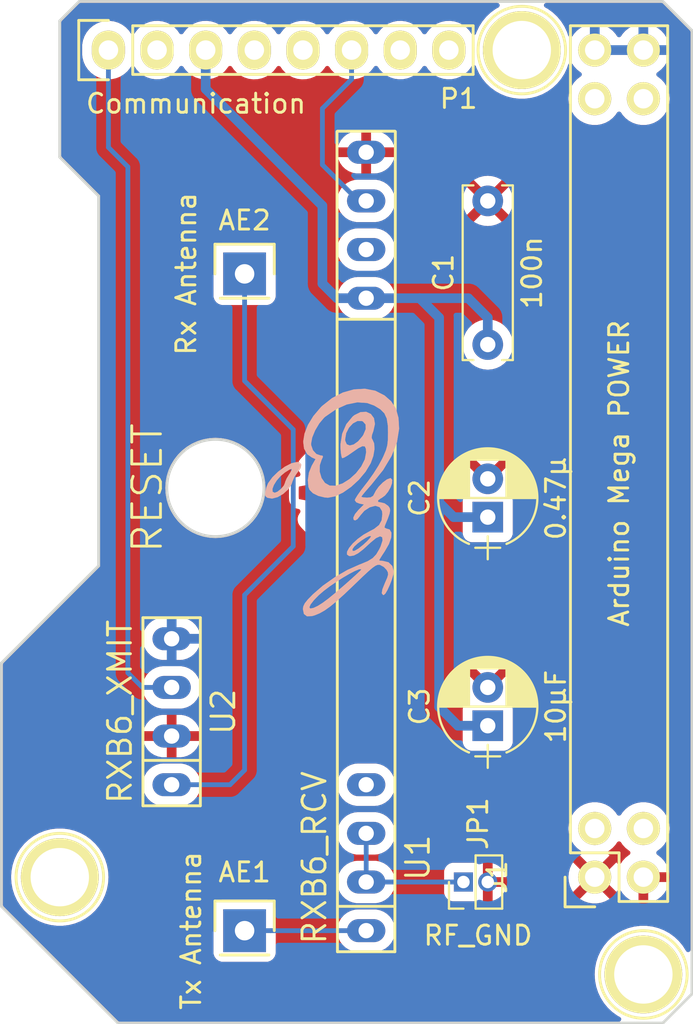
<source format=kicad_pcb>
(kicad_pcb (version 20221018) (generator pcbnew)
  (title_block (date "mar. 31 mars 2015"))
  (layers (0 "F.Cu" signal) (31 "B.Cu" signal) (34 "B.Paste" user) (35 "F.Paste" user) (36 "B.SilkS" user "B.Silkscreen") (37 "F.SilkS" user "F.Silkscreen") (38 "B.Mask" user) (39 "F.Mask" user) (44 "Edge.Cuts" user))
  (net 0 "")
  (net 1 "GND")
  (net 2 "+5V")
  (net 3 "/20(SDA)")
  (net 4 "/21(SCL)")
  (net 5 "/14(Tx3)")
  (net 6 "/15(Rx3)")
  (net 7 "/16(Tx2)")
  (net 8 "/17(Rx2)")
  (net 9 "/18(Tx1)")
  (net 10 "/19(Rx1)")
  (net 11 "Net-(AE1-Pad1)")
  (net 12 "Net-(AE2-Pad1)")
  (net 13 "Net-(JP1-Pad1)")
  (footprint "Socket_Arduino_Mega:Arduino_1pin" (layer "F.Cu") (at 169.418 114.046)
    (fp_text reference "P9" hide)
    (fp_text value "CONN_01X01" hide)
    (pad "1" thru_hole circle locked (at 0 0) (size 4.064 4.064) (drill 3.048) (layers "*.Cu" "*.Mask" "F.SilkS"))
  )
  (footprint "Socket_Arduino_Mega:Arduino_1pin" (layer "F.Cu") (at 199.898 119.126)
    (fp_text reference "P10" hide)
    (fp_text value "CONN_01X01" hide)
    (pad "1" thru_hole circle locked (at 0 0) (size 4.064 4.064) (drill 3.048) (layers "*.Cu" "*.Mask" "F.SilkS"))
  )
  (footprint "Socket_Arduino_Mega:Arduino_1pin" (layer "F.Cu") (at 193.548 70.866)
    (fp_text reference "P13" hide)
    (fp_text value "CONN_01X01" hide)
    (pad "1" thru_hole circle locked (at 0 0) (size 4.064 4.064) (drill 3.048) (layers "*.Cu" "*.Mask" "F.SilkS"))
  )
  (footprint "Socket_Arduino_Mega:Power_Strip_Arduino_Mega_2x18" (layer "F.Cu") (at 197.358 114.046 90)
    (fp_text reference "J1" (at 0 -5.1 90) (layer "F.SilkS"))
    (fp_text value "Arduino Mega POWER" (at 21.082 1.27 90) (layer "F.SilkS"))
    (pad "1" thru_hole circle locked (at 0 0 90) (size 1.7272 1.7272) (drill 1.016) (layers "*.Cu" "*.Mask" "F.SilkS") (net 1 "GND"))
    (pad "2" thru_hole oval locked (at 0 2.54 90) (size 1.7272 1.7272) (drill 1.016) (layers "*.Cu" "*.Mask" "F.SilkS") (net 1 "GND"))
    (pad "3" thru_hole oval locked (at 2.54 0 90) (size 1.7272 1.7272) (drill 1.016) (layers "*.Cu" "*.Mask" "F.SilkS"))
    (pad "4" thru_hole oval locked (at 2.54 2.54 90) (size 1.7272 1.7272) (drill 1.016) (layers "*.Cu" "*.Mask" "F.SilkS"))
    (pad "33" thru_hole oval locked (at 40.64 0 90) (size 1.7272 1.7272) (drill 1.016) (layers "*.Cu" "*.Mask" "F.SilkS"))
    (pad "34" thru_hole oval locked (at 40.64 2.54 90) (size 1.7272 1.7272) (drill 1.016) (layers "*.Cu" "*.Mask" "F.SilkS"))
    (pad "35" thru_hole oval locked (at 43.18 0 90) (size 1.7272 1.7272) (drill 1.016) (layers "*.Cu" "*.Mask" "F.SilkS") (net 2 "+5V"))
    (pad "36" thru_hole oval locked (at 43.18 2.54 90) (size 1.7272 1.7272) (drill 1.016) (layers "*.Cu" "*.Mask" "F.SilkS") (net 2 "+5V"))
  )
  (footprint "Socket_Arduino_Mega:Socket_Strip_Arduino_1x08" (layer "F.Cu") (at 171.958 70.866)
    (fp_text reference "P1" (at 18.288 2.54) (layer "F.SilkS"))
    (fp_text value "Communication" (at 4.572 2.794) (layer "F.SilkS"))
    (pad "1" thru_hole oval locked (at 0 0) (size 1.7272 2.032) (drill 1.016) (layers "*.Cu" "*.Mask" "F.SilkS") (net 5 "/14(Tx3)"))
    (pad "2" thru_hole oval locked (at 2.54 0) (size 1.7272 2.032) (drill 1.016) (layers "*.Cu" "*.Mask" "F.SilkS") (net 6 "/15(Rx3)"))
    (pad "3" thru_hole oval locked (at 5.08 0) (size 1.7272 2.032) (drill 1.016) (layers "*.Cu" "*.Mask" "F.SilkS") (net 7 "/16(Tx2)"))
    (pad "4" thru_hole oval locked (at 7.62 0) (size 1.7272 2.032) (drill 1.016) (layers "*.Cu" "*.Mask" "F.SilkS") (net 8 "/17(Rx2)"))
    (pad "5" thru_hole oval locked (at 10.16 0) (size 1.7272 2.032) (drill 1.016) (layers "*.Cu" "*.Mask" "F.SilkS") (net 9 "/18(Tx1)"))
    (pad "6" thru_hole oval locked (at 12.7 0) (size 1.7272 2.032) (drill 1.016) (layers "*.Cu" "*.Mask" "F.SilkS") (net 10 "/19(Rx1)"))
    (pad "7" thru_hole oval locked (at 15.24 0) (size 1.7272 2.032) (drill 1.016) (layers "*.Cu" "*.Mask" "F.SilkS") (net 3 "/20(SDA)"))
    (pad "8" thru_hole oval locked (at 17.78 0) (size 1.7272 2.032) (drill 1.016) (layers "*.Cu" "*.Mask" "F.SilkS") (net 4 "/21(SCL)"))
  )
  (footprint "Pin_Headers:Pin_Header_Straight_1x01" (layer "F.Cu") (at 179.07 116.84)
    (fp_text reference "AE1" (at 0 -3.048) (layer "F.SilkS"))
    (fp_text value "Tx Antenna" (at -2.794 0 90) (layer "F.SilkS"))
    (pad "1" thru_hole rect (at 0 0) (size 2.2352 2.2352) (drill 1.016) (layers "*.Cu" "*.Mask") (net 11 "Net-(AE1-Pad1)"))
  )
  (footprint "Pin_Headers:Pin_Header_Straight_1x01" (layer "F.Cu") (at 179.07 82.55)
    (fp_text reference "AE2" (at 0 -2.794) (layer "F.SilkS"))
    (fp_text value "Rx Antenna" (at -3.048 0 90) (layer "F.SilkS"))
    (pad "1" thru_hole rect (at 0 0) (size 2.2352 2.2352) (drill 1.016) (layers "*.Cu" "*.Mask") (net 12 "Net-(AE2-Pad1)"))
  )
  (footprint "RF:RCV" (layer "F.Cu") (at 182.88 118.11 90)
    (fp_text reference "U1" (at 5.08 5.24 90) (layer "F.SilkS") (effects (font (size 1.2 1.2))))
    (fp_text value "RXB6_RCV" (at 5.08 -0.16 90) (layer "F.SilkS") (effects (font (size 1.2 1.2))))
    (pad "1" thru_hole oval (at 1.27 2.54 90) (size 1.2 2) (drill 0.8) (layers "*.Cu" "*.Mask") (net 11 "Net-(AE1-Pad1)"))
    (pad "2" thru_hole oval (at 3.81 2.54 90) (size 1.2 2) (drill 0.8) (layers "*.Cu" "*.Mask") (net 13 "Net-(JP1-Pad1)"))
    (pad "3" thru_hole oval (at 6.35 2.54 90) (size 1.2 2) (drill 0.8) (layers "*.Cu" "*.Mask") (net 13 "Net-(JP1-Pad1)"))
    (pad "4" thru_hole oval (at 8.89 2.54 90) (size 1.2 2) (drill 0.8) (layers "*.Cu" "*.Mask"))
    (pad "5" thru_hole oval (at 34.29 2.54 90) (size 1.2 2) (drill 0.8) (layers "*.Cu" "*.Mask") (net 7 "/16(Tx2)"))
    (pad "6" thru_hole oval (at 36.83 2.54 90) (size 1.2 2) (drill 0.8) (layers "*.Cu" "*.Mask"))
    (pad "7" thru_hole oval (at 39.37 2.54 90) (size 1.2 2) (drill 0.8) (layers "*.Cu" "*.Mask") (net 10 "/19(Rx1)"))
    (pad "8" thru_hole oval (at 41.91 2.54 90) (size 1.2 2) (drill 0.8) (layers "*.Cu" "*.Mask") (net 1 "GND"))
  )
  (footprint "RF:XMIT" (layer "F.Cu") (at 175.26 105.41 90)
    (fp_text reference "U2" (at 0 2.7 90) (layer "F.SilkS") (effects (font (size 1.2 1.2))))
    (fp_text value "RXB6_XMIT" (at 0 -2.7 90) (layer "F.SilkS") (effects (font (size 1.2 1.2))))
    (pad "1" thru_hole oval (at -3.81 0 90) (size 1.2 2) (drill 0.8) (layers "*.Cu" "*.Mask") (net 12 "Net-(AE2-Pad1)"))
    (pad "2" thru_hole oval (at -1.27 0 90) (size 1.2 2) (drill 0.8) (layers "*.Cu" "*.Mask") (net 1 "GND"))
    (pad "3" thru_hole oval (at 1.27 0 90) (size 1.2 2) (drill 0.8) (layers "*.Cu" "*.Mask") (net 5 "/14(Tx3)"))
    (pad "4" thru_hole oval (at 3.81 0 90) (size 1.2 2) (drill 0.8) (layers "*.Cu" "*.Mask") (net 2 "+5V"))
  )
  (footprint "Capacitors_THT:C_Rect_L9.0mm_W2.5mm_P7.50mm_MKT" (layer "F.Cu") (at 191.77 86.24 90)
    (fp_text reference "C1" (at 3.75 -2.31 90) (layer "F.SilkS"))
    (fp_text value "100n" (at 3.75 2.31 90) (layer "F.SilkS"))
    (pad "1" thru_hole circle (at 0 0 90) (size 1.6 1.6) (drill 0.8) (layers "*.Cu" "*.Mask") (net 7 "/16(Tx2)"))
    (pad "2" thru_hole circle (at 7.5 0 90) (size 1.6 1.6) (drill 0.8) (layers "*.Cu" "*.Mask") (net 1 "GND"))
  )
  (footprint "Capacitors_THT:CP_Radial_D5.0mm_P2.00mm" (layer "F.Cu") (at 191.77 95.25 90)
    (fp_text reference "C2" (at 1 -3.56 90) (layer "F.SilkS"))
    (fp_text value "0.47µ" (at 1 3.56 90) (layer "F.SilkS"))
    (pad "1" thru_hole rect (at 0 0 90) (size 1.6 1.6) (drill 0.8) (layers "*.Cu" "*.Mask") (net 7 "/16(Tx2)"))
    (pad "2" thru_hole circle (at 2 0 90) (size 1.6 1.6) (drill 0.8) (layers "*.Cu" "*.Mask") (net 1 "GND"))
  )
  (footprint "Capacitors_THT:CP_Radial_D5.0mm_P2.00mm" (layer "F.Cu") (at 191.77 106.14 90)
    (fp_text reference "C3" (at 1 -3.56 90) (layer "F.SilkS"))
    (fp_text value "10µF" (at 1 3.56 90) (layer "F.SilkS"))
    (pad "1" thru_hole rect (at 0 0 90) (size 1.6 1.6) (drill 0.8) (layers "*.Cu" "*.Mask") (net 7 "/16(Tx2)"))
    (pad "2" thru_hole circle (at 2 0 90) (size 1.6 1.6) (drill 0.8) (layers "*.Cu" "*.Mask") (net 1 "GND"))
  )
  (footprint "Pin_Headers:Pin_Header_Straight_1x02_Pitch1.27mm" (layer "F.Cu") (at 190.5 114.3 90)
    (fp_text reference "JP1" (at 3.048 0.762 90) (layer "F.SilkS"))
    (fp_text value "RF_GND" (at -2.794 0.762 180) (layer "F.SilkS"))
    (pad "1" thru_hole rect (at 0 0 90) (size 1 1) (drill 0.65) (layers "*.Cu" "*.Mask") (net 13 "Net-(JP1-Pad1)"))
    (pad "2" thru_hole oval (at 0 1.27 90) (size 1 1) (drill 0.65) (layers "*.Cu" "*.Mask") (net 1 "GND"))
  )
  (footprint "Symbols:OSHW-Logo2_7.3x6mm_Copper" (layer "F.Cu") (at 184.658 93.98 90)
    (fp_text reference "REF***" hide)
    (fp_text value "OSHW-Logo2_7.3x6mm_Copper" hide)
    (fp_poly (pts (xy 2.6526 1.958752) (xy 2.669948 1.966334) (xy 2.711356 1.999128) (xy 2.746765 2.046547) (xy 2.768664 2.097151) (xy 2.772229 2.122098) (xy 2.760279 2.156927) (xy 2.734067 2.175357) (xy 2.705964 2.186516) (xy 2.693095 2.188572) (xy 2.686829 2.173649) (xy 2.674456 2.141175) (xy 2.669028 2.126502) (xy 2.63859 2.075744) (xy 2.59452 2.050427) (xy 2.53801 2.051206) (xy 2.533825 2.052203) (xy 2.503655 2.066507) (xy 2.481476 2.094393) (xy 2.466327 2.139287) (xy 2.45725 2.204615) (xy 2.453286 2.293804) (xy 2.452914 2.341261) (xy 2.45273 2.416071) (xy 2.451522 2.467069) (xy 2.448309 2.499471) (xy 2.442109 2.518495) (xy 2.43194 2.529356) (xy 2.416819 2.537272) (xy 2.415946 2.53767) (xy 2.386828 2.549981) (xy 2.372403 2.554514) (xy 2.370186 2.540809) (xy 2.368289 2.502925) (xy 2.366847 2.445715) (xy 2.365998 2.374027) (xy 2.365829 2.321565) (xy 2.366692 2.220047) (xy 2.37007 2.143032) (xy 2.377142 2.086023) (xy 2.389088 2.044526) (xy 2.40709 2.014043) (xy 2.432327 1.99008) (xy 2.457247 1.973355) (xy 2.517171 1.951097) (xy 2.586911 1.946076) (xy 2.6526 1.958752)) (stroke (width 0.01)) (fill solid) (layer "F.Cu"))
    (fp_poly (pts (xy -1.283907 1.92778) (xy -1.237328 1.954723) (xy -1.204943 1.981466) (xy -1.181258 2.009484) (xy -1.164941 2.043748) (xy -1.154661 2.089227) (xy -1.149086 2.150892) (xy -1.146884 2.233711) (xy -1.146629 2.293246) (xy -1.146629 2.512391) (xy -1.208314 2.540044) (xy -1.27 2.567697) (xy -1.277257 2.32767) (xy -1.280256 2.238028) (xy -1.283402 2.172962) (xy -1.287299 2.128026) (xy -1.292553 2.09877) (xy -1.299769 2.080748) (xy -1.30955 2.069511) (xy -1.312688 2.067079) (xy -1.360239 2.048083) (xy -1.408303 2.0556) (xy -1.436914 2.075543) (xy -1.448553 2.089675) (xy -1.456609 2.10822) (xy -1.461729 2.136334) (xy -1.464559 2.179173) (xy -1.465744 2.241895) (xy -1.465943 2.307261) (xy -1.465982 2.389268) (xy -1.467386 2.447316) (xy -1.472086 2.486465) (xy -1.482013 2.51178) (xy -1.499097 2.528323) (xy -1.525268 2.541156) (xy -1.560225 2.554491) (xy -1.598404 2.569007) (xy -1.593859 2.311389) (xy -1.592029 2.218519) (xy -1.589888 2.149889) (xy -1.586819 2.100711) (xy -1.582206 2.066198) (xy -1.575432 2.041562) (xy -1.565881 2.022016) (xy -1.554366 2.00477) (xy -1.49881 1.94968) (xy -1.43102 1.917822) (xy -1.357287 1.910191) (xy -1.283907 1.92778)) (stroke (width 0.01)) (fill solid) (layer "F.Cu"))
    (fp_poly (pts (xy 0.529926 1.949755) (xy 0.595858 1.974084) (xy 0.649273 2.017117) (xy 0.670164 2.047409) (xy 0.692939 2.102994) (xy 0.692466 2.143186) (xy 0.668562 2.170217) (xy 0.659717 2.174813) (xy 0.62153 2.189144) (xy 0.602028 2.185472) (xy 0.595422 2.161407) (xy 0.595086 2.148114) (xy 0.582992 2.09921) (xy 0.551471 2.064999) (xy 0.507659 2.048476) (xy 0.458695 2.052634) (xy 0.418894 2.074227) (xy 0.40545 2.086544) (xy 0.395921 2.101487) (xy 0.389485 2.124075) (xy 0.385317 2.159328) (xy 0.382597 2.212266) (xy 0.380502 2.287907) (xy 0.37996 2.311857) (xy 0.377981 2.39379) (xy 0.375731 2.451455) (xy 0.372357 2.489608) (xy 0.367006 2.513004) (xy 0.358824 2.526398) (xy 0.346959 2.534545) (xy 0.339362 2.538144) (xy 0.307102 2.550452) (xy 0.288111 2.554514) (xy 0.281836 2.540948) (xy 0.278006 2.499934) (xy 0.2766 2.430999) (xy 0.277598 2.333669) (xy 0.277908 2.318657) (xy 0.280101 2.229859) (xy 0.282693 2.165019) (xy 0.286382 2.119067) (xy 0.291864 2.086935) (xy 0.299835 2.063553) (xy 0.310993 2.043852) (xy 0.31683 2.03541) (xy 0.350296 1.998057) (xy 0.387727 1.969003) (xy 0.392309 1.966467) (xy 0.459426 1.946443) (xy 0.529926 1.949755)) (stroke (width 0.01)) (fill solid) (layer "F.Cu"))
    (fp_poly (pts (xy -0.624114 1.851289) (xy -0.619861 1.910613) (xy -0.614975 1.945572) (xy -0.608205 1.96082) (xy -0.598298 1.961015) (xy -0.595086 1.959195) (xy -0.552356 1.946015) (xy -0.496773 1.946785) (xy -0.440263 1.960333) (xy -0.404918 1.977861) (xy -0.368679 2.005861) (xy -0.342187 2.037549) (xy -0.324001 2.077813) (xy -0.312678 2.131543) (xy -0.306778 2.203626) (xy -0.304857 2.298951) (xy -0.304823 2.317237) (xy -0.3048 2.522646) (xy -0.350509 2.53858) (xy -0.382973 2.54942) (xy -0.400785 2.554468) (xy -0.401309 2.554514) (xy -0.403063 2.540828) (xy -0.404556 2.503076) (xy -0.405674 2.446224) (xy -0.406303 2.375234) (xy -0.4064 2.332073) (xy -0.406602 2.246973) (xy -0.407642 2.185981) (xy -0.410169 2.144177) (xy -0.414836 2.116642) (xy -0.422293 2.098456) (xy -0.433189 2.084698) (xy -0.439993 2.078073) (xy -0.486728 2.051375) (xy -0.537728 2.049375) (xy -0.583999 2.071955) (xy -0.592556 2.080107) (xy -0.605107 2.095436) (xy -0.613812 2.113618) (xy -0.619369 2.139909) (xy -0.622474 2.179562) (xy -0.623824 2.237832) (xy -0.624114 2.318173) (xy -0.624114 2.522646) (xy -0.669823 2.53858) (xy -0.702287 2.54942) (xy -0.720099 2.554468) (xy -0.720623 2.554514) (xy -0.721963 2.540623) (xy -0.723172 2.501439) (xy -0.724199 2.4407) (xy -0.724998 2.362141) (xy -0.725519 2.269498) (xy -0.725714 2.166509) (xy -0.725714 1.769342) (xy -0.678543 1.749444) (xy -0.631371 1.729547) (xy -0.624114 1.851289)) (stroke (width 0.01)) (fill solid) (layer "F.Cu"))
    (fp_poly (pts (xy 1.779833 1.958663) (xy 1.782048 1.99685) (xy 1.783784 2.054886) (xy 1.784899 2.12818) (xy 1.785257 2.205055) (xy 1.785257 2.465196) (xy 1.739326 2.511127) (xy 1.707675 2.539429) (xy 1.67989 2.550893) (xy 1.641915 2.550168) (xy 1.62684 2.548321) (xy 1.579726 2.542948) (xy 1.540756 2.539869) (xy 1.531257 2.539585) (xy 1.499233 2.541445) (xy 1.453432 2.546114) (xy 1.435674 2.548321) (xy 1.392057 2.551735) (xy 1.362745 2.54432) (xy 1.33368 2.521427) (xy 1.323188 2.511127) (xy 1.277257 2.465196) (xy 1.277257 1.978602) (xy 1.314226 1.961758) (xy 1.346059 1.949282) (xy 1.364683 1.944914) (xy 1.369458 1.958718) (xy 1.373921 1.997286) (xy 1.377775 2.056356) (xy 1.380722 2.131663) (xy 1.382143 2.195286) (xy 1.386114 2.445657) (xy 1.420759 2.450556) (xy 1.452268 2.447131) (xy 1.467708 2.436041) (xy 1.472023 2.415308) (xy 1.475708 2.371145) (xy 1.478469 2.309146) (xy 1.480012 2.234909) (xy 1.480235 2.196706) (xy 1.480457 1.976783) (xy 1.526166 1.960849) (xy 1.558518 1.950015) (xy 1.576115 1.944962) (xy 1.576623 1.944914) (xy 1.578388 1.958648) (xy 1.580329 1.99673) (xy 1.582282 2.054482) (xy 1.584084 2.127227) (xy 1.585343 2.195286) (xy 1.589314 2.445657) (xy 1.6764 2.445657) (xy 1.680396 2.21724) (xy 1.684392 1.988822) (xy 1.726847 1.966868) (xy 1.758192 1.951793) (xy 1.776744 1.944951) (xy 1.777279 1.944914) (xy 1.779833 1.958663)) (stroke (width 0.01)) (fill solid) (layer "F.Cu"))
    (fp_poly (pts (xy -2.958885 1.921962) (xy -2.890855 1.957733) (xy -2.840649 2.015301) (xy -2.822815 2.052312) (xy -2.808937 2.107882) (xy -2.801833 2.178096) (xy -2.80116 2.254727) (xy -2.806573 2.329552) (xy -2.81773 2.394342) (xy -2.834286 2.440873) (xy -2.839374 2.448887) (xy -2.899645 2.508707) (xy -2.971231 2.544535) (xy -3.048908 2.55502) (xy -3.127452 2.53881) (xy -3.149311 2.529092) (xy -3.191878 2.499143) (xy -3.229237 2.459433) (xy -3.232768 2.454397) (xy -3.247119 2.430124) (xy -3.256606 2.404178) (xy -3.26221 2.370022) (xy -3.264914 2.321119) (xy -3.265701 2.250935) (xy -3.265714 2.2352) (xy -3.265678 2.230192) (xy -3.120571 2.230192) (xy -3.119727 2.29643) (xy -3.116404 2.340386) (xy -3.109417 2.368779) (xy -3.097584 2.388325) (xy -3.091543 2.394857) (xy -3.056814 2.41968) (xy -3.023097 2.418548) (xy -2.989005 2.397016) (xy -2.968671 2.374029) (xy -2.956629 2.340478) (xy -2.949866 2.287569) (xy -2.949402 2.281399) (xy -2.948248 2.185513) (xy -2.960312 2.114299) (xy -2.98543 2.068194) (xy -3.02344 2.047635) (xy -3.037008 2.046514) (xy -3.072636 2.052152) (xy -3.097006 2.071686) (xy -3.111907 2.109042) (xy -3.119125 2.16815) (xy -3.120571 2.230192) (xy -3.265678 2.230192) (xy -3.265174 2.160413) (xy -3.262904 2.108159) (xy -3.257932 2.071949) (xy -3.249287 2.045299) (xy -3.235995 2.021722) (xy -3.233057 2.017338) (xy -3.183687 1.958249) (xy -3.129891 1.923947) (xy -3.064398 1.910331) (xy -3.042158 1.909665) (xy -2.958885 1.921962)) (stroke (width 0.01)) (fill solid) (layer "F.Cu"))
    (fp_poly (pts (xy 3.153595 1.966966) (xy 3.211021 2.004497) (xy 3.238719 2.038096) (xy 3.260662 2.099064) (xy 3.262405 2.147308) (xy 3.258457 2.211816) (xy 3.109686 2.276934) (xy 3.037349 2.310202) (xy 2.990084 2.336964) (xy 2.965507 2.360144) (xy 2.961237 2.382667) (xy 2.974889 2.407455) (xy 2.989943 2.423886) (xy 3.033746 2.450235) (xy 3.081389 2.452081) (xy 3.125145 2.431546) (xy 3.157289 2.390752) (xy 3.163038 2.376347) (xy 3.190576 2.331356) (xy 3.222258 2.312182) (xy 3.265714 2.295779) (xy 3.265714 2.357966) (xy 3.261872 2.400283) (xy 3.246823 2.435969) (xy 3.21528 2.476943) (xy 3.210592 2.482267) (xy 3.175506 2.51872) (xy 3.145347 2.538283) (xy 3.107615 2.547283) (xy 3.076335 2.55023) (xy 3.020385 2.550965) (xy 2.980555 2.54166) (xy 2.955708 2.527846) (xy 2.916656 2.497467) (xy 2.889625 2.464613) (xy 2.872517 2.423294) (xy 2.863238 2.367521) (xy 2.859693 2.291305) (xy 2.85941 2.252622) (xy 2.860372 2.206247) (xy 2.948007 2.206247) (xy 2.949023 2.231126) (xy 2.951556 2.2352) (xy 2.968274 2.229665) (xy 3.004249 2.215017) (xy 3.052331 2.19419) (xy 3.062386 2.189714) (xy 3.123152 2.158814) (xy 3.156632 2.131657) (xy 3.16399 2.10622) (xy 3.146391 2.080481) (xy 3.131856 2.069109) (xy 3.07941 2.046364) (xy 3.030322 2.050122) (xy 2.989227 2.077884) (xy 2.960758 2.127152) (xy 2.951631 2.166257) (xy 2.948007 2.206247) (xy 2.860372 2.206247) (xy 2.861285 2.162249) (xy 2.868196 2.095384) (xy 2.881884 2.046695) (xy 2.904096 2.010849) (xy 2.936574 1.982513) (xy 2.950733 1.973355) (xy 3.015053 1.949507) (xy 3.085473 1.948006) (xy 3.153595 1.966966)) (stroke (width 0.01)) (fill solid) (layer "F.Cu"))
    (fp_poly (pts (xy 1.190117 2.065358) (xy 1.189933 2.173837) (xy 1.189219 2.257287) (xy 1.187675 2.319704) (xy 1.185001 2.365085) (xy 1.180894 2.397429) (xy 1.175055 2.420733) (xy 1.167182 2.438995) (xy 1.161221 2.449418) (xy 1.111855 2.505945) (xy 1.049264 2.541377) (xy 0.980013 2.55409) (xy 0.910668 2.542463) (xy 0.869375 2.521568) (xy 0.826025 2.485422) (xy 0.796481 2.441276) (xy 0.778655 2.383462) (xy 0.770463 2.306313) (xy 0.769302 2.249714) (xy 0.769458 2.245647) (xy 0.870857 2.245647) (xy 0.871476 2.31055) (xy 0.874314 2.353514) (xy 0.88084 2.381622) (xy 0.892523 2.401953) (xy 0.906483 2.417288) (xy 0.953365 2.44689) (xy 1.003701 2.449419) (xy 1.051276 2.424705) (xy 1.054979 2.421356) (xy 1.070783 2.403935) (xy 1.080693 2.383209) (xy 1.086058 2.352362) (xy 1.088228 2.304577) (xy 1.088571 2.251748) (xy 1.087827 2.185381) (xy 1.084748 2.141106) (xy 1.078061 2.112009) (xy 1.066496 2.091173) (xy 1.057013 2.080107) (xy 1.01296 2.052198) (xy 0.962224 2.048843) (xy 0.913796 2.070159) (xy 0.90445 2.078073) (xy 0.88854 2.095647) (xy 0.87861 2.116587) (xy 0.873278 2.147782) (xy 0.871163 2.196122) (xy 0.870857 2.245647) (xy 0.769458 2.245647) (xy 0.77281 2.158568) (xy 0.784726 2.090086) (xy 0.807135 2.0386) (xy 0.842124 1.998443) (xy 0.869375 1.977861) (xy 0.918907 1.955625) (xy 0.976316 1.945304) (xy 1.029682 1.948067) (xy 1.059543 1.959212) (xy 1.071261 1.962383) (xy 1.079037 1.950557) (xy 1.084465 1.918866) (xy 1.088571 1.870593) (xy 1.093067 1.816829) (xy 1.099313 1.784482) (xy 1.110676 1.765985) (xy 1.130528 1.75377) (xy 1.143 1.748362) (xy 1.190171 1.728601) (xy 1.190117 2.065358)) (stroke (width 0.01)) (fill solid) (layer "F.Cu"))
    (fp_poly (pts (xy -1.831697 1.931239) (xy -1.774473 1.969735) (xy -1.730251 2.025335) (xy -1.703833 2.096086) (xy -1.69849 2.148162) (xy -1.699097 2.169893) (xy -1.704178 2.186531) (xy -1.718145 2.201437) (xy -1.745411 2.217973) (xy -1.790388 2.239498) (xy -1.857489 2.269374) (xy -1.857829 2.269524) (xy -1.919593 2.297813) (xy -1.970241 2.322933) (xy -2.004596 2.342179) (xy -2.017482 2.352848) (xy -2.017486 2.352934) (xy -2.006128 2.376166) (xy -1.979569 2.401774) (xy -1.949077 2.420221) (xy -1.93363 2.423886) (xy -1.891485 2.411212) (xy -1.855192 2.379471) (xy -1.837483 2.344572) (xy -1.820448 2.318845) (xy -1.787078 2.289546) (xy -1.747851 2.264235) (xy -1.713244 2.250471) (xy -1.706007 2.249714) (xy -1.697861 2.26216) (xy -1.69737 2.293972) (xy -1.703357 2.336866) (xy -1.714643 2.382558) (xy -1.73005 2.422761) (xy -1.730829 2.424322) (xy -1.777196 2.489062) (xy -1.837289 2.533097) (xy -1.905535 2.554711) (xy -1.976362 2.552185) (xy -2.044196 2.523804) (xy -2.047212 2.521808) (xy -2.100573 2.473448) (xy -2.13566 2.410352) (xy -2.155078 2.327387) (xy -2.157684 2.304078) (xy -2.162299 2.194055) (xy -2.156767 2.142748) (xy -2.017486 2.142748) (xy -2.015676 2.174753) (xy -2.005778 2.184093) (xy -1.981102 2.177105) (xy -1.942205 2.160587) (xy -1.898725 2.139881) (xy -1.897644 2.139333) (xy -1.860791 2.119949) (xy -1.846 2.107013) (xy -1.849647 2.093451) (xy -1.865005 2.075632) (xy -1.904077 2.049845) (xy -1.946154 2.04795) (xy -1.983897 2.066717) (xy -2.009966 2.102915) (xy -2.017486 2.142748) (xy -2.156767 2.142748) (xy -2.152806 2.106027) (xy -2.12845 2.036212) (xy -2.094544 1.987302) (xy -2.033347 1.937878) (xy -1.965937 1.913359) (xy -1.89712 1.911797) (xy -1.831697 1.931239)) (stroke (width 0.01)) (fill solid) (layer "F.Cu"))
    (fp_poly (pts (xy 0.039744 1.950968) (xy 0.096616 1.972087) (xy 0.097267 1.972493) (xy 0.13244 1.99838) (xy 0.158407 2.028633) (xy 0.17667 2.068058) (xy 0.188732 2.121462) (xy 0.196096 2.193651) (xy 0.200264 2.289432) (xy 0.200629 2.303078) (xy 0.205876 2.508842) (xy 0.161716 2.531678) (xy 0.129763 2.54711) (xy 0.11047 2.554423) (xy 0.109578 2.554514) (xy 0.106239 2.541022) (xy 0.103587 2.504626) (xy 0.101956 2.451452) (xy 0.1016 2.408393) (xy 0.101592 2.338641) (xy 0.098403 2.294837) (xy 0.087288 2.273944) (xy 0.063501 2.272925) (xy 0.022296 2.288741) (xy -0.039914 2.317815) (xy -0.085659 2.341963) (xy -0.109187 2.362913) (xy -0.116104 2.385747) (xy -0.116114 2.386877) (xy -0.104701 2.426212) (xy -0.070908 2.447462) (xy -0.019191 2.450539) (xy 0.018061 2.450006) (xy 0.037703 2.460735) (xy 0.049952 2.486505) (xy 0.057002 2.519337) (xy 0.046842 2.537966) (xy 0.043017 2.540632) (xy 0.007001 2.55134) (xy -0.043434 2.552856) (xy -0.095374 2.545759) (xy -0.132178 2.532788) (xy -0.183062 2.489585) (xy -0.211986 2.429446) (xy -0.217714 2.382462) (xy -0.213343 2.340082) (xy -0.197525 2.305488) (xy -0.166203 2.274763) (xy -0.115322 2.24399) (xy -0.040824 2.209252) (xy -0.036286 2.207288) (xy 0.030821 2.176287) (xy 0.072232 2.150862) (xy 0.089981 2.128014) (xy 0.086107 2.104745) (xy 0.062643 2.078056) (xy 0.055627 2.071914) (xy 0.00863 2.0481) (xy -0.040067 2.049103) (xy -0.082478 2.072451) (xy -0.110616 2.115675) (xy -0.113231 2.12416) (xy -0.138692 2.165308) (xy -0.170999 2.185128) (xy -0.217714 2.20477) (xy -0.217714 2.15395) (xy -0.203504 2.080082) (xy -0.161325 2.012327) (xy -0.139376 1.989661) (xy -0.089483 1.960569) (xy -0.026033 1.9474) (xy 0.039744 1.950968)) (stroke (width 0.01)) (fill solid) (layer "F.Cu"))
    (fp_poly (pts (xy -2.400256 1.919918) (xy -2.344799 1.947568) (xy -2.295852 1.99848) (xy -2.282371 2.017338) (xy -2.267686 2.042015) (xy -2.258158 2.068816) (xy -2.252707 2.104587) (xy -2.250253 2.156169) (xy -2.249714 2.224267) (xy -2.252148 2.317588) (xy -2.260606 2.387657) (xy -2.276826 2.439931) (xy -2.302546 2.479869) (xy -2.339503 2.512929) (xy -2.342218 2.514886) (xy -2.37864 2.534908) (xy -2.422498 2.544815) (xy -2.478276 2.547257) (xy -2.568952 2.547257) (xy -2.56899 2.635283) (xy -2.569834 2.684308) (xy -2.574976 2.713065) (xy -2.588413 2.730311) (xy -2.614142 2.744808) (xy -2.620321 2.747769) (xy -2.649236 2.761648) (xy -2.671624 2.770414) (xy -2.688271 2.771171) (xy -2.699964 2.761023) (xy -2.70749 2.737073) (xy -2.711634 2.696426) (xy -2.713185 2.636186) (xy -2.712929 2.553455) (xy -2.711651 2.445339) (xy -2.711252 2.413) (xy -2.709815 2.301524) (xy -2.708528 2.228603) (xy -2.569029 2.228603) (xy -2.568245 2.290499) (xy -2.56476 2.330997) (xy -2.556876 2.357708) (xy -2.542895 2.378244) (xy -2.533403 2.38826) (xy -2.494596 2.417567) (xy -2.460237 2.419952) (xy -2.424784 2.39575) (xy -2.423886 2.394857) (xy -2.409461 2.376153) (xy -2.400687 2.350732) (xy -2.396261 2.311584) (xy -2.394882 2.251697) (xy -2.394857 2.23843) (xy -2.398188 2.155901) (xy -2.409031 2.098691) (xy -2.42866 2.063766) (xy -2.45835 2.048094) (xy -2.475509 2.046514) (xy -2.516234 2.053926) (xy -2.544168 2.07833) (xy -2.560983 2.12298) (xy -2.56835 2.19113) (xy -2.569029 2.228603) (xy -2.708528 2.228603) (xy -2.708292 2.215245) (xy -2.706323 2.150333) (xy -2.70355 2.102958) (xy -2.699612 2.06929) (xy -2.694151 2.045498) (xy -2.686808 2.027753) (xy -2.677223 2.012224) (xy -2.673113 2.006381) (xy -2.618595 1.951185) (xy -2.549664 1.91989) (xy -2.469928 1.911165) (xy -2.400256 1.919918)) (stroke (width 0.01)) (fill solid) (layer "F.Cu"))
    (fp_poly (pts (xy 2.144876 1.956335) (xy 2.186667 1.975344) (xy 2.219469 1.998378) (xy 2.243503 2.024133) (xy 2.260097 2.057358) (xy 2.270577 2.1028) (xy 2.276271 2.165207) (xy 2.278507 2.249327) (xy 2.278743 2.304721) (xy 2.278743 2.520826) (xy 2.241774 2.53767) (xy 2.212656 2.549981) (xy 2.198231 2.554514) (xy 2.195472 2.541025) (xy 2.193282 2.504653) (xy 2.191942 2.451542) (xy 2.191657 2.409372) (xy 2.190434 2.348447) (xy 2.187136 2.300115) (xy 2.182321 2.270518) (xy 2.178496 2.264229) (xy 2.152783 2.270652) (xy 2.112418 2.287125) (xy 2.065679 2.309458) (xy 2.020845 2.333457) (xy 1.986193 2.35493) (xy 1.970002 2.369685) (xy 1.969938 2.369845) (xy 1.97133 2.397152) (xy 1.983818 2.423219) (xy 2.005743 2.444392) (xy 2.037743 2.451474) (xy 2.065092 2.450649) (xy 2.103826 2.450042) (xy 2.124158 2.459116) (xy 2.136369 2.483092) (xy 2.137909 2.487613) (xy 2.143203 2.521806) (xy 2.129047 2.542568) (xy 2.092148 2.552462) (xy 2.052289 2.554292) (xy 1.980562 2.540727) (xy 1.943432 2.521355) (xy 1.897576 2.475845) (xy 1.873256 2.419983) (xy 1.871073 2.360957) (xy 1.891629 2.305953) (xy 1.922549 2.271486) (xy 1.95342 2.252189) (xy 2.001942 2.227759) (xy 2.058485 2.202985) (xy 2.06791 2.199199) (xy 2.130019 2.171791) (xy 2.165822 2.147634) (xy 2.177337 2.123619) (xy 2.16658 2.096635) (xy 2.148114 2.075543) (xy 2.104469 2.049572) (xy 2.056446 2.047624) (xy 2.012406 2.067637) (xy 1.980709 2.107551) (xy 1.976549 2.117848) (xy 1.952327 2.155724) (xy 1.916965 2.183842) (xy 1.872343 2.206917) (xy 1.872343 2.141485) (xy 1.874969 2.101506) (xy 1.88623 2.069997) (xy 1.911199 2.036378) (xy 1.935169 2.010484) (xy 1.972441 1.973817) (xy 2.001401 1.954121) (xy 2.032505 1.94622) (xy 2.067713 1.944914) (xy 2.144876 1.956335)) (stroke (width 0.01)) (fill solid) (layer "F.Cu"))
    (fp_poly (pts (xy 0.10391 -2.757652) (xy 0.182454 -2.757222) (xy 0.239298 -2.756058) (xy 0.278105 -2.753793) (xy 0.302538 -2.75006) (xy 0.316262 -2.744494) (xy 0.32294 -2.736727) (xy 0.326236 -2.726395) (xy 0.326556 -2.725057) (xy 0.331562 -2.700921) (xy 0.340829 -2.653299) (xy 0.353392 -2.587259) (xy 0.368287 -2.507872) (xy 0.384551 -2.420204) (xy 0.385119 -2.417125) (xy 0.40141 -2.331211) (xy 0.416652 -2.255304) (xy 0.429861 -2.193955) (xy 0.440054 -2.151718) (xy 0.446248 -2.133145) (xy 0.446543 -2.132816) (xy 0.464788 -2.123747) (xy 0.502405 -2.108633) (xy 0.551271 -2.090738) (xy 0.551543 -2.090642) (xy 0.613093 -2.067507) (xy 0.685657 -2.038035) (xy 0.754057 -2.008403) (xy 0.757294 -2.006938) (xy 0.868702 -1.956374) (xy 1.115399 -2.12484) (xy 1.191077 -2.176197) (xy 1.259631 -2.222111) (xy 1.317088 -2.25997) (xy 1.359476 -2.287163) (xy 1.382825 -2.301079) (xy 1.385042 -2.302111) (xy 1.40201 -2.297516) (xy 1.433701 -2.275345) (xy 1.481352 -2.234553) (xy 1.546198 -2.174095) (xy 1.612397 -2.109773) (xy 1.676214 -2.046388) (xy 1.733329 -1.988549) (xy 1.780305 -1.939825) (xy 1.813703 -1.90379) (xy 1.830085 -1.884016) (xy 1.830694 -1.882998) (xy 1.832505 -1.869428) (xy 1.825683 -1.847267) (xy 1.80854 -1.813522) (xy 1.779393 -1.7652) (xy 1.736555 -1.699308) (xy 1.679448 -1.614483) (xy 1.628766 -1.539823) (xy 1.583461 -1.47286) (xy 1.54615 -1.417484) (xy 1.519452 -1.37758) (xy 1.505985 -1.357038) (xy 1.505137 -1.355644) (xy 1.506781 -1.335962) (xy 1.519245 -1.297707) (xy 1.540048 -1.248111) (xy 1.547462 -1.232272) (xy 1.579814 -1.16171) (xy 1.614328 -1.081647) (xy 1.642365 -1.012371) (xy 1.662568 -0.960955) (xy 1.678615 -0.921881) (xy 1.687888 -0.901459) (xy 1.689041 -0.899886) (xy 1.706096 -0.897279) (xy 1.746298 -0.890137) (xy 1.804302 -0.879477) (xy 1.874763 -0.866315) (xy 1.952335 -0.851667) (xy 2.031672 -0.836551) (xy 2.107431 -0.821982) (xy 2.174264 -0.808978) (xy 2.226828 -0.798555) (xy 2.259776 -0.79173) (xy 2.267857 -0.789801) (xy 2.276205 -0.785038) (xy 2.282506 -0.774282) (xy 2.287045 -0.753902) (xy 2.290104 -0.720266) (xy 2.291967 -0.669745) (xy 2.292918 -0.598708) (xy 2.29324 -0.503524) (xy 2.293257 -0.464508) (xy 2.293257 -0.147201) (xy 2.217057 -0.132161) (xy 2.174663 -0.124005) (xy 2.1114 -0.112101) (xy 2.034962 -0.097884) (xy 1.953043 -0.08279) (xy 1.9304 -0.078645) (xy 1.854806 -0.063947) (xy 1.788953 -0.049495) (xy 1.738366 -0.036625) (xy 1.708574 -0.026678) (xy 1.703612 -0.023713) (xy 1.691426 -0.002717) (xy 1.673953 0.037967) (xy 1.654577 0.090322) (xy 1.650734 0.1016) (xy 1.625339 0.171523) (xy 1.593817 0.250418) (xy 1.562969 0.321266) (xy 1.562817 0.321595) (xy 1.511447 0.432733) (xy 1.680399 0.681253) (xy 1.849352 0.929772) (xy 1.632429 1.147058) (xy 1.566819 1.211726) (xy 1.506979 1.268733) (xy 1.456267 1.315033) (xy 1.418046 1.347584) (xy 1.395675 1.363343) (xy 1.392466 1.364343) (xy 1.373626 1.356469) (xy 1.33518 1.334578) (xy 1.28133 1.301267) (xy 1.216276 1.259131) (xy 1.14594 1.211943) (xy 1.074555 1.16381) (xy 1.010908 1.121928) (xy 0.959041 1.088871) (xy 0.922995 1.067218) (xy 0.906867 1.059543) (xy 0.887189 1.066037) (xy 0.849875 1.08315) (xy 0.802621 1.107326) (xy 0.797612 1.110013) (xy 0.733977 1.141927) (xy 0.690341 1.157579) (xy 0.663202 1.157745) (xy 0.649057 1.143204) (xy 0.648975 1.143) (xy 0.641905 1.125779) (xy 0.625042 1.084899) (xy 0.599695 1.023525) (xy 0.567171 0.944819) (xy 0.528778 0.851947) (xy 0.485822 0.748072) (xy 0.444222 0.647502) (xy 0.398504 0.536516) (xy 0.356526 0.433703) (xy 0.319548 0.342215) (xy 0.288827 0.265201) (xy 0.265622 0.205815) (xy 0.25119 0.167209) (xy 0.246743 0.1528) (xy 0.257896 0.136272) (xy 0.287069 0.10993) (xy 0.325971 0.080887) (xy 0.436757 -0.010961) (xy 0.523351 -0.116241) (xy 0.584716 -0.232734) (xy 0.619815 -0.358224) (xy 0.627608 -0.490493) (xy 0.621943 -0.551543) (xy 0.591078 -0.678205) (xy 0.53792 -0.790059) (xy 0.465767 -0.885999) (xy 0.377917 -0.964924) (xy 0.277665 -1.02573) (xy 0.16831 -1.067313) (xy 0.053147 -1.088572) (xy -0.064525 -1.088401) (xy -0.18141 -1.065699) (xy -0.294211 -1.019362) (xy -0.399631 -0.948287) (xy -0.443632 -0.908089) (xy -0.528021 -0.804871) (xy -0.586778 -0.692075) (xy -0.620296 -0.57299) (xy -0.628965 -0.450905) (xy -0.613177 -0.329107) (xy -0.573322 -0.210884) (xy -0.509793 -0.099525) (xy -0.422979 0.001684) (xy -0.325971 0.080887) (xy -0.285563 0.111162) (xy -0.257018 0.137219) (xy -0.246743 0.152825) (xy -0.252123 0.169843) (xy -0.267425 0.2105) (xy -0.291388 0.271642) (xy -0.322756 0.350119) (xy -0.360268 0.44278) (xy -0.402667 0.546472) (xy -0.444337 0.647526) (xy -0.49031 0.758607) (xy -0.532893 0.861541) (xy -0.570779 0.953165) (xy -0.60266 1.030316) (xy -0.627229 1.089831) (xy -0.64318 1.128544) (xy -0.64909 1.143) (xy -0.663052 1.157685) (xy -0.69006 1.157642) (xy -0.733587 1.142099) (xy -0.79711 1.110284) (xy -0.797612 1.110013) (xy -0.84544 1.085323) (xy -0.884103 1.067338) (xy -0.905905 1.059614) (xy -0.906867 1.059543) (xy -0.923279 1.067378) (xy -0.959513 1.089165) (xy -1.011526 1.122328) (xy -1.075275 1.164291) (xy -1.14594 1.211943) (xy -1.217884 1.260191) (xy -1.282726 1.302151) (xy -1.336265 1.335227) (xy -1.374303 1.356821) (xy -1.392467 1.364343) (xy -1.409192 1.354457) (xy -1.44282 1.326826) (xy -1.48999 1.284495) (xy -1.547342 1.230505) (xy -1.611516 1.167899) (xy -1.632503 1.146983) (xy -1.849501 0.929623) (xy -1.684332 0.68722) (xy -1.634136 0.612781) (xy -1.590081 0.545972) (xy -1.554638 0.490665) (xy -1.530281 0.450729) (xy -1.519478 0.430036) (xy -1.519162 0.428563) (xy -1.524857 0.409058) (xy -1.540174 0.369822) (xy -1.562463 0.31743) (xy -1.578107 0.282355) (xy -1.607359 0.215201) (xy -1.634906 0.147358) (xy -1.656263 0.090034) (xy -1.662065 0.072572) (xy -1.678548 0.025938) (xy -1.69466 -0.010095) (xy -1.70351 -0.023713) (xy -1.72304 -0.032048) (xy -1.765666 -0.043863) (xy -1.825855 -0.057819) (xy -1.898078 -0.072578) (xy -1.9304 -0.078645) (xy -2.012478 -0.093727) (xy -2.091205 -0.108331) (xy -2.158891 -0.12102) (xy -2.20784 -0.130358) (xy -2.217057 -0.132161) (xy -2.293257 -0.147201) (xy -2.293257 -0.464508) (xy -2.293086 -0.568846) (xy -2.292384 -0.647787) (xy -2.290866 -0.704962) (xy -2.288251 -0.744001) (xy -2.284254 -0.768535) (xy -2.278591 -0.782195) (xy -2.27098 -0.788611) (xy -2.267857 -0.789801) (xy -2.249022 -0.79402) (xy -2.207412 -0.802438) (xy -2.14837 -0.814039) (xy -2.077243 -0.827805) (xy -1.999375 -0.84272) (xy -1.920113 -0.857768) (xy -1.844802 -0.871931) (xy -1.778787 -0.884194) (xy -1.727413 -0.893539) (xy -1.696025 -0.89895) (xy -1.689041 -0.899886) (xy -1.682715 -0.912404) (xy -1.66871 -0.945754) (xy -1.649645 -0.993623) (xy -1.642366 -1.012371) (xy -1.613004 -1.084805) (xy -1.578429 -1.16483) (xy -1.547463 -1.232272) (xy -1.524677 -1.283841) (xy -1.509518 -1.326215) (xy -1.504458 -1.352166) (xy -1.505264 -1.355644) (xy -1.515959 -1.372064) (xy -1.54038 -1.408583) (xy -1.575905 -1.461313) (xy -1.619913 -1.526365) (xy -1.669783 -1.599849) (xy -1.679644 -1.614355) (xy -1.737508 -1.700296) (xy -1.780044 -1.765739) (xy -1.808946 -1.813696) (xy -1.82591 -1.84718) (xy -1.832633 -1.869205) (xy -1.83081 -1.882783) (xy -1.830764 -1.882869) (xy -1.816414 -1.900703) (xy -1.784677 -1.935183) (xy -1.73899 -1.982732) (xy -1.682796 -2.039778) (xy -1.619532 -2.102745) (xy -1.612398 -2.109773) (xy -1.53267 -2.18698) (xy -1.471143 -2.24367) (xy -1.426579 -2.28089) (xy -1.397743 -2.299685) (xy -1.385042 -2.302111) (xy -1.366506 -2.291529) (xy -1.328039 -2.267084) (xy -1.273614 -2.231388) (xy -1.207202 -2.187053) (xy -1.132775 -2.136689) (xy -1.115399 -2.12484) (xy -0.868703 -1.956374) (xy -0.757294 -2.006938) (xy -0.689543 -2.036405) (xy -0.616817 -2.066041) (xy -0.554297 -2.08967) (xy -0.551543 -2.090642) (xy -0.50264 -2.108543) (xy -0.464943 -2.12368) (xy -0.446575 -2.13279) (xy -0.446544 -2.132816) (xy -0.440715 -2.149283) (xy -0.430808 -2.189781) (xy -0.417805 -2.249758) (xy -0.402691 -2.32466) (xy -0.386448 -2.409936) (xy -0.385119 -2.417125) (xy -0.368825 -2.504986) (xy -0.353867 -2.58474) (xy -0.341209 -2.651319) (xy -0.331814 -2.699653) (xy -0.326646 -2.724675) (xy -0.326556 -2.725057) (xy -0.323411 -2.735701) (xy -0.317296 -2.743738) (xy -0.304547 -2.749533) (xy -0.2815 -2.753453) (xy -0.244491 -2.755865) (xy -0.189856 -2.757135) (xy -0.113933 -2.757629) (xy -0.013056 -2.757714) (xy 0 -2.757714) (xy 0.10391 -2.757652)) (stroke (width 0.01)) (fill solid) (layer "F.Cu"))
  )
  (footprint "ESP-RS232:LOGO2" (layer "B.Cu") (at 183.642 94.488 -90)
    (fp_text reference "G***" hide)
    (fp_text value "LOGO" hide)
  )
  (gr_line (start 172.466 121.666) (end 166.37 115.57) (stroke (width 0.15)) (layer "Edge.Cuts"))
  (gr_line (start 170.434 68.326) (end 169.418 69.342) (stroke (width 0.15)) (layer "Edge.Cuts"))
  (gr_line (start 171.45 97.79) (end 171.45 78.486) (stroke (width 0.15)) (layer "Edge.Cuts"))
  (gr_line (start 169.418 76.454) (end 169.418 69.342) (stroke (width 0.15)) (layer "Edge.Cuts"))
  (gr_line (start 171.45 78.486) (end 169.418 76.454) (stroke (width 0.15)) (layer "Edge.Cuts"))
  (gr_line (start 171.45 97.79) (end 166.37 102.87) (stroke (width 0.15)) (layer "Edge.Cuts"))
  (gr_line (start 200.914 68.326) (end 202.438 69.85) (stroke (width 0.15)) (layer "Edge.Cuts"))
  (gr_line (start 166.37 115.57) (end 166.37 102.87) (stroke (width 0.15)) (layer "Edge.Cuts"))
  (gr_line (start 202.438 120.142) (end 200.914 121.666) (stroke (width 0.15)) (layer "Edge.Cuts"))
  (gr_line (start 200.914 121.666) (end 172.466 121.666) (stroke (width 0.15)) (layer "Edge.Cuts"))
  (gr_line (start 170.434 68.326) (end 200.914 68.326) (stroke (width 0.15)) (layer "Edge.Cuts"))
  (gr_line (start 202.438 69.85) (end 202.438 120.142) (stroke (width 0.15)) (layer "Edge.Cuts"))
  (gr_circle (center 177.546 93.726) (end 180.086 93.726) (stroke (width 0.15)) (fill none) (layer "Edge.Cuts"))
  (gr_text "RESET" (at 173.99 93.726 90) (layer "F.SilkS") (effects (font (size 1.5 1.5) (thickness 0.1476))))
  (segment (start 172.974 76.962) (end 172.974 103.378) (width 0.25) (layer "B.Cu") (net 5))
  (segment (start 172.974 103.378) (end 173.736 104.14) (width 0.25) (layer "B.Cu") (net 5))
  (segment (start 173.736 104.14) (end 175.26 104.14) (width 0.25) (layer "B.Cu") (net 5))
  (segment (start 171.958 75.946) (end 172.974 76.962) (width 0.25) (layer "B.Cu") (net 5))
  (segment (start 171.958 70.866) (end 171.958 75.946) (width 0.25) (layer "B.Cu") (net 5))
  (segment (start 189.23 94.488) (end 189.23 105.156) (width 0.504) (layer "B.Cu") (net 7))
  (segment (start 190.214 106.14) (end 191.77 106.14) (width 0.504) (layer "B.Cu") (net 7))
  (segment (start 190.754 83.82) (end 191.77 84.836) (width 0.504) (layer "B.Cu") (net 7))
  (segment (start 183.134 83.058) (end 183.896 83.82) (width 0.504) (layer "B.Cu") (net 7))
  (segment (start 189.23 94.488) (end 189.992 95.25) (width 0.504) (layer "B.Cu") (net 7))
  (segment (start 185.42 83.82) (end 188.214 83.82) (width 0.504) (layer "B.Cu") (net 7))
  (segment (start 177.038 72.898) (end 183.134 78.994) (width 0.504) (layer "B.Cu") (net 7))
  (segment (start 189.23 105.156) (end 190.214 106.14) (width 0.504) (layer "B.Cu") (net 7))
  (segment (start 189.992 95.25) (end 191.77 95.25) (width 0.504) (layer "B.Cu") (net 7))
  (segment (start 191.77 84.836) (end 191.77 86.24) (width 0.504) (layer "B.Cu") (net 7))
  (segment (start 183.134 78.994) (end 183.134 83.058) (width 0.504) (layer "B.Cu") (net 7))
  (segment (start 188.214 83.82) (end 189.23 84.836) (width 0.504) (layer "B.Cu") (net 7))
  (segment (start 177.038 70.866) (end 177.038 72.898) (width 0.504) (layer "B.Cu") (net 7))
  (segment (start 188.214 83.82) (end 190.754 83.82) (width 0.504) (layer "B.Cu") (net 7))
  (segment (start 189.23 84.836) (end 189.23 94.488) (width 0.504) (layer "B.Cu") (net 7))
  (segment (start 183.896 83.82) (end 185.42 83.82) (width 0.504) (layer "B.Cu") (net 7))
  (segment (start 184.658 72.39) (end 184.658 70.866) (width 0.25) (layer "B.Cu") (net 10))
  (segment (start 183.134 76.854) (end 183.134 73.914) (width 0.25) (layer "B.Cu") (net 10))
  (segment (start 185.42 78.74) (end 185.02 78.74) (width 0.25) (layer "B.Cu") (net 10))
  (segment (start 183.134 73.914) (end 184.658 72.39) (width 0.25) (layer "B.Cu") (net 10))
  (segment (start 185.02 78.74) (end 183.134 76.854) (width 0.25) (layer "B.Cu") (net 10))
  (segment (start 180.4376 116.84) (end 185.42 116.84) (width 0.25) (layer "B.Cu") (net 11))
  (segment (start 179.07 116.84) (end 180.4376 116.84) (width 0.25) (layer "B.Cu") (net 11))
  (segment (start 179.07 108.458) (end 178.308 109.22) (width 0.25) (layer "B.Cu") (net 12))
  (segment (start 178.308 109.22) (end 175.26 109.22) (width 0.25) (layer "B.Cu") (net 12))
  (segment (start 179.07 88.138) (end 181.61 90.678) (width 0.25) (layer "B.Cu") (net 12))
  (segment (start 179.07 99.314) (end 179.07 108.458) (width 0.25) (layer "B.Cu") (net 12))
  (segment (start 181.61 96.774) (end 179.07 99.314) (width 0.25) (layer "B.Cu") (net 12))
  (segment (start 181.61 90.678) (end 181.61 96.774) (width 0.25) (layer "B.Cu") (net 12))
  (segment (start 179.07 82.55) (end 179.07 88.138) (width 0.25) (layer "B.Cu") (net 12))
  (segment (start 190.5 114.3) (end 189.75 114.3) (width 0.25) (layer "B.Cu") (net 13))
  (segment (start 185.42 112.61) (end 185.42 114.3) (width 0.25) (layer "B.Cu") (net 13))
  (segment (start 185.42 111.76) (end 185.42 112.61) (width 0.25) (layer "B.Cu") (net 13))
  (segment (start 189.75 114.3) (end 185.42 114.3) (width 0.25) (layer "B.Cu") (net 13))
  (zone (net 1) (net_name "GND") (layer "F.Cu") (connect_pads (clearance 0.508)) (min_thickness 0.254) (fill yes (thermal_gap 0.508) (thermal_bridge_width 0.508))
    (polygon (pts (xy 166.878 121.666) (xy 202.438 121.666) (xy 202.438 68.326) (xy 166.37 68.326) (xy 166.37 121.666) (xy 202.438 121.666)))
  )
  (zone (net 2) (net_name "+5V") (layer "B.Cu") (connect_pads (clearance 0.508)) (min_thickness 0.254) (fill yes (thermal_gap 0.508) (thermal_bridge_width 0.508))
    (polygon (pts (xy 202.438 68.326) (xy 166.37 68.326) (xy 166.37 121.666) (xy 202.438 121.666)))
  )
)
</source>
